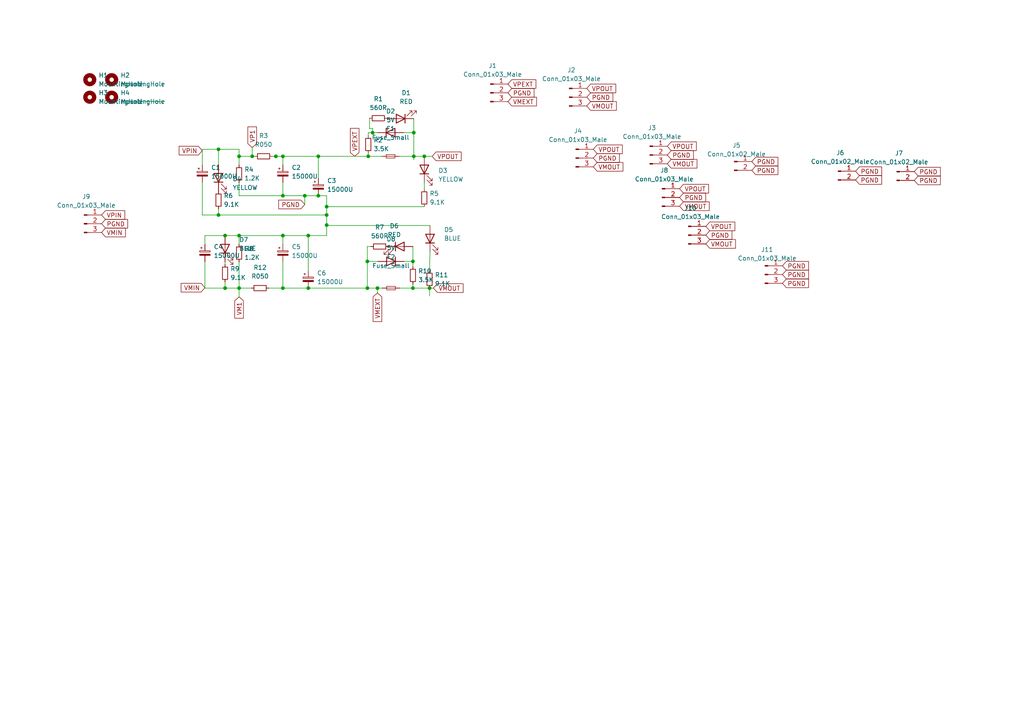
<source format=kicad_sch>
(kicad_sch (version 20230121) (generator eeschema)
  (paper "A4")
  (lib_symbols
    (symbol "Connector:Conn_01x02_Male" (pin_names (offset 1.016) hide)
      (property "Reference" "J" (at 0 2.54 0))
      (property "Value" "Conn_01x02_Male" (at 0 -5.08 0))
      (symbol "Conn_01x02_Male_1_1"
        (polyline (pts (xy 1.27 -2.54) (xy 0.8636 -2.54)) (stroke (width 0.1524)))
        (polyline (pts (xy 1.27 0) (xy 0.8636 0)) (stroke (width 0.1524)))
        (rectangle (start 0.8636 -2.413) (end 0 -2.667) (stroke (width 0.1524)) (fill (type outline)))
        (rectangle (start 0.8636 0.127) (end 0 -0.127) (stroke (width 0.1524)) (fill (type outline)))
        (pin passive line (at 5.08 0 180) (length 3.81) (name "Pin_1") (number "1"))
        (pin passive line (at 5.08 -2.54 180) (length 3.81) (name "Pin_2") (number "2"))
      )
    )
    (symbol "Connector:Conn_01x03_Male" (pin_names (offset 1.016) hide)
      (property "Reference" "J" (at 0 5.08 0))
      (property "Value" "Conn_01x03_Male" (at 0 -5.08 0))
      (symbol "Conn_01x03_Male_1_1"
        (polyline (pts (xy 1.27 -2.54) (xy 0.8636 -2.54)) (stroke (width 0.1524)))
        (polyline (pts (xy 1.27 0) (xy 0.8636 0)) (stroke (width 0.1524)))
        (polyline (pts (xy 1.27 2.54) (xy 0.8636 2.54)) (stroke (width 0.1524)))
        (rectangle (start 0.8636 -2.413) (end 0 -2.667) (stroke (width 0.1524)) (fill (type outline)))
        (rectangle (start 0.8636 0.127) (end 0 -0.127) (stroke (width 0.1524)) (fill (type outline)))
        (rectangle (start 0.8636 2.667) (end 0 2.413) (stroke (width 0.1524)) (fill (type outline)))
        (pin passive line (at 5.08 2.54 180) (length 3.81) (name "Pin_1") (number "1"))
        (pin passive line (at 5.08 0 180) (length 3.81) (name "Pin_2") (number "2"))
        (pin passive line (at 5.08 -2.54 180) (length 3.81) (name "Pin_3") (number "3"))
      )
    )
    (symbol "Device:C_Polarized_Small" (pin_numbers hide) (pin_names (offset 0.254) hide)
      (property "Reference" "C" (at 0.254 1.778 0))
      (property "Value" "C_Polarized_Small" (at 0.254 -2.032 0))
      (symbol "C_Polarized_Small_0_1"
        (rectangle (start -1.524 -0.3048) (end 1.524 -0.6858) (fill (type outline)))
        (rectangle (start -1.524 0.6858) (end 1.524 0.3048))
        (polyline (pts (xy -1.27 1.524) (xy -0.762 1.524)))
        (polyline (pts (xy -1.016 1.27) (xy -1.016 1.778)))
      )
      (symbol "C_Polarized_Small_1_1"
        (pin passive line (at 0 2.54 270) (length 1.8542) (name "~") (number "1"))
        (pin passive line (at 0 -2.54 90) (length 1.8542) (name "~") (number "2"))
      )
    )
    (symbol "Device:D_Zener" (pin_numbers hide) (pin_names (offset 1.016) hide)
      (property "Reference" "D" (at 0 2.54 0))
      (property "Value" "D_Zener" (at 0 -2.54 0))
      (symbol "D_Zener_0_1"
        (polyline (pts (xy 1.27 0) (xy -1.27 0)))
        (polyline (pts (xy -1.27 -1.27) (xy -1.27 1.27) (xy -0.762 1.27)) (stroke (width 0.254)))
        (polyline (pts (xy 1.27 -1.27) (xy 1.27 1.27) (xy -1.27 0) (xy 1.27 -1.27)) (stroke (width 0.254)))
      )
      (symbol "D_Zener_1_1"
        (pin passive line (at -3.81 0 0) (length 2.54) (name "K") (number "1"))
        (pin passive line (at 3.81 0 180) (length 2.54) (name "A") (number "2"))
      )
    )
    (symbol "Device:Fuse_Small" (pin_numbers hide) (pin_names (offset 0.254) hide)
      (property "Reference" "F" (at 0 -1.524 0))
      (property "Value" "Fuse_Small" (at 0 1.524 0))
      (symbol "Fuse_Small_0_1"
        (rectangle (start -1.27 0.508) (end 1.27 -0.508))
        (polyline (pts (xy -1.27 0) (xy 1.27 0)))
      )
      (symbol "Fuse_Small_1_1"
        (pin passive line (at -2.54 0 0) (length 1.27) (name "~") (number "1"))
        (pin passive line (at 2.54 0 180) (length 1.27) (name "~") (number "2"))
      )
    )
    (symbol "Device:LED" (pin_numbers hide) (pin_names (offset 1.016) hide)
      (property "Reference" "D" (at 0 2.54 0))
      (property "Value" "LED" (at 0 -2.54 0))
      (symbol "LED_0_1"
        (polyline (pts (xy -1.27 -1.27) (xy -1.27 1.27)) (stroke (width 0.254)))
        (polyline (pts (xy -1.27 0) (xy 1.27 0)))
        (polyline (pts (xy 1.27 -1.27) (xy 1.27 1.27) (xy -1.27 0) (xy 1.27 -1.27)) (stroke (width 0.254)))
        (polyline (pts (xy -3.048 -0.762) (xy -4.572 -2.286) (xy -3.81 -2.286) (xy -4.572 -2.286) (xy -4.572 -1.524)))
        (polyline (pts (xy -1.778 -0.762) (xy -3.302 -2.286) (xy -2.54 -2.286) (xy -3.302 -2.286) (xy -3.302 -1.524)))
      )
      (symbol "LED_1_1"
        (pin passive line (at -3.81 0 0) (length 2.54) (name "K") (number "1"))
        (pin passive line (at 3.81 0 180) (length 2.54) (name "A") (number "2"))
      )
    )
    (symbol "Device:R_Small" (pin_numbers hide) (pin_names (offset 0.254) hide)
      (property "Reference" "R" (at 0.762 0.508 0))
      (property "Value" "R_Small" (at 0.762 -1.016 0))
      (symbol "R_Small_0_1"
        (rectangle (start -0.762 1.778) (end 0.762 -1.778) (stroke (width 0.2032)))
      )
      (symbol "R_Small_1_1"
        (pin passive line (at 0 2.54 270) (length 0.762) (name "~") (number "1"))
        (pin passive line (at 0 -2.54 90) (length 0.762) (name "~") (number "2"))
      )
    )
    (symbol "Mechanical:MountingHole" (pin_names (offset 1.016))
      (property "Reference" "H" (at 0 5.08 0))
      (property "Value" "MountingHole" (at 0 3.175 0))
      (symbol "MountingHole_0_1"
        (circle (center 0 0) (radius 1.27) (stroke (width 1.27)))
      )
    )
  )
  (junction (at 106.553 83.566))
  (junction (at 65.278 68.326))
  (junction (at 69.342 68.326))
  (junction (at 123.063 45.339))
  (junction (at 92.329 45.339))
  (junction (at 94.742 65.278))
  (junction (at 80.01 45.339))
  (junction (at 89.408 83.566))
  (junction (at 69.342 45.339))
  (junction (at 120.015 45.339))
  (junction (at 108.077 38.481))
  (junction (at 73.152 45.339))
  (junction (at 94.742 62.357))
  (junction (at 119.761 75.819))
  (junction (at 82.042 83.566))
  (junction (at 88.392 56.769))
  (junction (at 63.373 43.307))
  (junction (at 109.474 83.566))
  (junction (at 120.015 38.481))
  (junction (at 82.042 45.339))
  (junction (at 82.042 68.326))
  (junction (at 89.408 68.326))
  (junction (at 82.042 56.769))
  (junction (at 65.278 83.566))
  (junction (at 69.342 83.566))
  (junction (at 92.329 56.769))
  (junction (at 106.807 45.339))
  (junction (at 124.587 83.566))
  (junction (at 94.742 59.944))
  (junction (at 106.553 75.819))
  (junction (at 119.761 83.566))
  (junction (at 63.373 62.357))
  (wire (pts (xy 59.436 68.326) (xy 65.278 68.326)))
  (wire (pts (xy 65.278 68.326) (xy 69.342 68.326)))
  (wire (pts (xy 94.742 56.769) (xy 94.742 59.944)))
  (wire (pts (xy 120.015 38.481) (xy 120.015 45.339)))
  (wire (pts (xy 119.761 75.819) (xy 119.761 77.343)))
  (wire (pts (xy 69.342 45.339) (xy 69.342 47.879)))
  (wire (pts (xy 82.042 68.326) (xy 89.408 68.326)))
  (wire (pts (xy 69.342 68.326) (xy 82.042 68.326)))
  (wire (pts (xy 65.278 83.566) (xy 69.342 83.566)))
  (wire (pts (xy 69.342 83.566) (xy 69.342 86.106)))
  (wire (pts (xy 89.408 78.486) (xy 89.408 68.326)))
  (wire (pts (xy 58.674 43.307) (xy 58.674 47.879)))
  (wire (pts (xy 107.188 37.338) (xy 108.077 37.211)))
  (wire (pts (xy 92.329 51.689) (xy 92.329 45.339)))
  (wire (pts (xy 117.221 75.819) (xy 119.761 75.819)))
  (wire (pts (xy 78.994 45.339) (xy 80.01 45.339)))
  (wire (pts (xy 63.373 47.752) (xy 63.373 43.307)))
  (wire (pts (xy 94.615 65.405) (xy 94.615 65.278)))
  (wire (pts (xy 106.807 38.481) (xy 106.807 39.37)))
  (wire (pts (xy 80.01 45.339) (xy 82.042 45.339)))
  (wire (pts (xy 123.063 45.339) (xy 125.349 45.339)))
  (wire (pts (xy 82.042 45.339) (xy 92.329 45.339)))
  (wire (pts (xy 117.094 38.481) (xy 120.015 38.481)))
  (wire (pts (xy 88.392 56.769) (xy 92.329 56.769)))
  (wire (pts (xy 58.674 43.307) (xy 63.373 43.307)))
  (wire (pts (xy 124.714 73.025) (xy 124.587 78.486)))
  (wire (pts (xy 82.042 56.769) (xy 82.042 52.959)))
  (wire (pts (xy 119.761 82.423) (xy 119.761 83.566)))
  (wire (pts (xy 109.601 75.819) (xy 106.553 75.819)))
  (wire (pts (xy 63.373 55.499) (xy 63.373 55.372)))
  (wire (pts (xy 124.587 83.566) (xy 124.587 85.852)))
  (wire (pts (xy 92.329 56.769) (xy 94.742 56.769)))
  (wire (pts (xy 92.329 45.339) (xy 106.807 45.339)))
  (wire (pts (xy 80.01 45.339) (xy 80.01 45.466)))
  (wire (pts (xy 106.553 83.566) (xy 109.474 83.566)))
  (wire (pts (xy 69.342 56.769) (xy 82.042 56.769)))
  (wire (pts (xy 106.807 45.339) (xy 110.744 45.339)))
  (wire (pts (xy 89.408 68.326) (xy 94.742 68.326)))
  (wire (pts (xy 109.474 83.566) (xy 110.871 83.566)))
  (wire (pts (xy 119.761 83.566) (xy 124.587 83.566)))
  (wire (pts (xy 106.807 38.481) (xy 108.077 38.481)))
  (wire (pts (xy 58.674 52.959) (xy 58.674 62.357)))
  (wire (pts (xy 59.436 83.566) (xy 65.278 83.566)))
  (wire (pts (xy 89.408 83.566) (xy 106.553 83.566)))
  (wire (pts (xy 123.063 54.864) (xy 123.063 52.959)))
  (wire (pts (xy 58.674 62.357) (xy 63.373 62.357)))
  (wire (pts (xy 94.742 59.944) (xy 94.742 62.357)))
  (wire (pts (xy 63.373 43.307) (xy 69.342 43.307)))
  (wire (pts (xy 69.342 75.946) (xy 69.342 83.566)))
  (wire (pts (xy 65.278 75.946) (xy 65.278 76.708)))
  (wire (pts (xy 82.042 56.769) (xy 88.392 56.769)))
  (wire (pts (xy 94.742 62.357) (xy 94.742 65.278)))
  (wire (pts (xy 106.553 71.501) (xy 107.569 71.501)))
  (wire (pts (xy 77.978 83.566) (xy 82.042 83.566)))
  (wire (pts (xy 82.042 68.326) (xy 82.042 70.866)))
  (wire (pts (xy 88.392 56.769) (xy 88.392 59.309)))
  (wire (pts (xy 46.99 29.464) (xy 41.91 29.337)))
  (wire (pts (xy 112.141 71.501) (xy 112.649 71.501)))
  (wire (pts (xy 120.015 45.339) (xy 123.063 45.339)))
  (wire (pts (xy 63.373 60.579) (xy 63.373 62.357)))
  (wire (pts (xy 115.824 45.339) (xy 120.015 45.339)))
  (wire (pts (xy 65.278 81.788) (xy 65.278 83.566)))
  (wire (pts (xy 124.587 83.566) (xy 125.73 83.566)))
  (wire (pts (xy 122.174 81.407) (xy 122.174 81.788)))
  (wire (pts (xy 119.761 71.501) (xy 119.761 75.819)))
  (wire (pts (xy 59.436 70.866) (xy 59.436 68.326)))
  (wire (pts (xy 69.342 52.959) (xy 69.342 56.769)))
  (wire (pts (xy 69.342 43.307) (xy 69.342 45.339)))
  (wire (pts (xy 94.742 65.278) (xy 94.742 68.326)))
  (wire (pts (xy 73.152 45.339) (xy 73.914 45.339)))
  (wire (pts (xy 82.042 45.339) (xy 82.042 47.879)))
  (wire (pts (xy 94.742 59.944) (xy 123.063 59.944)))
  (wire (pts (xy 106.553 71.501) (xy 106.553 75.819)))
  (wire (pts (xy 109.474 83.566) (xy 109.474 84.963)))
  (wire (pts (xy 106.807 44.45) (xy 106.807 45.339)))
  (wire (pts (xy 108.077 38.481) (xy 109.474 38.481)))
  (wire (pts (xy 73.152 42.799) (xy 73.152 45.339)))
  (wire (pts (xy 107.188 34.29) (xy 107.188 37.338)))
  (wire (pts (xy 82.042 83.566) (xy 89.408 83.566)))
  (wire (pts (xy 106.553 75.819) (xy 106.553 83.566)))
  (wire (pts (xy 82.042 75.946) (xy 82.042 83.566)))
  (wire (pts (xy 108.077 37.211) (xy 108.077 38.481)))
  (wire (pts (xy 120.015 45.339) (xy 120.015 46.355)))
  (wire (pts (xy 69.342 68.326) (xy 69.342 70.866)))
  (wire (pts (xy 63.373 62.357) (xy 94.742 62.357)))
  (wire (pts (xy 120.015 34.417) (xy 120.015 38.481)))
  (wire (pts (xy 94.615 65.278) (xy 94.742 65.278)))
  (wire (pts (xy 94.615 65.405) (xy 124.714 65.405)))
  (wire (pts (xy 59.436 75.946) (xy 59.436 83.566)))
  (wire (pts (xy 69.342 45.339) (xy 73.152 45.339)))
  (wire (pts (xy 115.951 83.566) (xy 119.761 83.566)))
  (wire (pts (xy 69.342 83.566) (xy 72.898 83.566)))
  (wire (pts (xy 112.395 34.417) (xy 112.268 34.29)))
  (global_label "VMEXT" (shape input) (at 109.474 84.963 270) (property "Intersheetrefs" "${INTERSHEET_REFS}" (effects hide)))
  (global_label "VMIN" (shape input) (at 59.436 83.439 180) (property "Intersheetrefs" "${INTERSHEET_REFS}" (effects hide)))
  (global_label "VP1" (shape input) (at 73.152 42.799 90) (property "Intersheetrefs" "${INTERSHEET_REFS}" (effects hide)))
  (global_label "PGND" (shape input) (at 170.18 28.194 0) (property "Intersheetrefs" "${INTERSHEET_REFS}" (effects hide)))
  (global_label "PGND" (shape input) (at 218.059 49.403 0) (property "Intersheetrefs" "${INTERSHEET_REFS}" (effects hide)))
  (global_label "VPOUT" (shape input) (at 170.18 25.654 0) (property "Intersheetrefs" "${INTERSHEET_REFS}" (effects hide)))
  (global_label "PGND" (shape input) (at 147.32 26.924 0) (property "Intersheetrefs" "${INTERSHEET_REFS}" (effects hide)))
  (global_label "VMOUT" (shape input) (at 125.73 83.566 0) (property "Intersheetrefs" "${INTERSHEET_REFS}" (effects hide)))
  (global_label "VPIN" (shape input) (at 29.464 62.357 0) (property "Intersheetrefs" "${INTERSHEET_REFS}" (effects hide)))
  (global_label "VMOUT" (shape input) (at 197.104 59.817 0) (property "Intersheetrefs" "${INTERSHEET_REFS}" (effects hide)))
  (global_label "VPOUT" (shape input) (at 172.085 43.307 0) (property "Intersheetrefs" "${INTERSHEET_REFS}" (effects hide)))
  (global_label "VMEXT" (shape input) (at 147.32 29.464 0) (property "Intersheetrefs" "${INTERSHEET_REFS}" (effects hide)))
  (global_label "VPEXT" (shape input) (at 102.87 45.339 90) (property "Intersheetrefs" "${INTERSHEET_REFS}" (effects hide)))
  (global_label "VM1" (shape input) (at 69.342 86.106 270) (property "Intersheetrefs" "${INTERSHEET_REFS}" (effects hide)))
  (global_label "PGND" (shape input) (at 193.548 44.958 0) (property "Intersheetrefs" "${INTERSHEET_REFS}" (effects hide)))
  (global_label "PGND" (shape input) (at 226.949 77.089 0) (property "Intersheetrefs" "${INTERSHEET_REFS}" (effects hide)))
  (global_label "VPIN" (shape input) (at 58.674 43.688 180) (property "Intersheetrefs" "${INTERSHEET_REFS}" (effects hide)))
  (global_label "PGND" (shape input) (at 204.724 68.199 0) (property "Intersheetrefs" "${INTERSHEET_REFS}" (effects hide)))
  (global_label "VMOUT" (shape input) (at 170.18 30.734 0) (property "Intersheetrefs" "${INTERSHEET_REFS}" (effects hide)))
  (global_label "VPOUT" (shape input) (at 197.104 54.737 0) (property "Intersheetrefs" "${INTERSHEET_REFS}" (effects hide)))
  (global_label "PGND" (shape input) (at 248.158 52.197 0) (property "Intersheetrefs" "${INTERSHEET_REFS}" (effects hide)))
  (global_label "PGND" (shape input) (at 172.085 45.847 0) (property "Intersheetrefs" "${INTERSHEET_REFS}" (effects hide)))
  (global_label "PGND" (shape input) (at 197.104 57.277 0) (property "Intersheetrefs" "${INTERSHEET_REFS}" (effects hide)))
  (global_label "PGND" (shape input) (at 226.949 82.169 0) (property "Intersheetrefs" "${INTERSHEET_REFS}" (effects hide)))
  (global_label "PGND" (shape input) (at 265.176 52.324 0) (property "Intersheetrefs" "${INTERSHEET_REFS}" (effects hide)))
  (global_label "VPOUT" (shape input) (at 204.724 65.659 0) (property "Intersheetrefs" "${INTERSHEET_REFS}" (effects hide)))
  (global_label "PGND" (shape input) (at 248.158 49.657 0) (property "Intersheetrefs" "${INTERSHEET_REFS}" (effects hide)))
  (global_label "VMOUT" (shape input) (at 172.085 48.387 0) (property "Intersheetrefs" "${INTERSHEET_REFS}" (effects hide)))
  (global_label "VMOUT" (shape input) (at 204.724 70.739 0) (property "Intersheetrefs" "${INTERSHEET_REFS}" (effects hide)))
  (global_label "PGND" (shape input) (at 226.949 79.629 0) (property "Intersheetrefs" "${INTERSHEET_REFS}" (effects hide)))
  (global_label "PGND" (shape input) (at 218.059 46.863 0) (property "Intersheetrefs" "${INTERSHEET_REFS}" (effects hide)))
  (global_label "PGND" (shape input) (at 265.176 49.784 0) (property "Intersheetrefs" "${INTERSHEET_REFS}" (effects hide)))
  (global_label "VPOUT" (shape input) (at 193.548 42.418 0) (property "Intersheetrefs" "${INTERSHEET_REFS}" (effects hide)))
  (global_label "PGND" (shape input) (at 88.392 59.309 180) (property "Intersheetrefs" "${INTERSHEET_REFS}" (effects hide)))
  (global_label "VPEXT" (shape input) (at 147.32 24.384 0) (property "Intersheetrefs" "${INTERSHEET_REFS}" (effects hide)))
  (global_label "VMOUT" (shape input) (at 193.548 47.498 0) (property "Intersheetrefs" "${INTERSHEET_REFS}" (effects hide)))
  (global_label "VMIN" (shape input) (at 29.464 67.437 0) (property "Intersheetrefs" "${INTERSHEET_REFS}" (effects hide)))
  (global_label "PGND" (shape input) (at 29.464 64.897 0) (property "Intersheetrefs" "${INTERSHEET_REFS}" (effects hide)))
  (global_label "VPOUT" (shape input) (at 125.349 45.339 0) (property "Intersheetrefs" "${INTERSHEET_REFS}" (effects hide)))
  (symbol (lib_id "Device:LED") (at 115.951 71.501 0) (unit 1)
    (property "Reference" "D6" (at 114.3635 65.532 0))
    (property "Value" "RED" (at 114.3635 68.072 0))
    (property "Footprint" "LED_SMD:LED_0805_2012Metric_Pad1.15x1.40mm_HandSolder" (effects hide))
  )
  (symbol (lib_id "Device:R_Small") (at 75.438 83.566 90) (unit 1)
    (property "Reference" "R12" (at 75.438 77.597 90))
    (property "Value" "R050" (at 75.438 80.137 90))
    (property "Footprint" "Resistor_SMD:R_2512_6332Metric_Pad1.40x3.35mm_HandSolder" (effects hide))
  )
  (symbol (lib_id "Connector:Conn_01x03_Male") (at 221.869 79.629 0) (unit 1)
    (property "Reference" "J11" (at 222.504 72.39 0))
    (property "Value" "Conn_01x03_Male" (at 222.504 74.93 0))
    (property "Footprint" "Connector_JST:JST_PH_B3B-PH-K_1x03_P2.00mm_Vertical" (effects hide))
  )
  (symbol (lib_id "Connector:Conn_01x02_Male") (at 243.078 49.657 0) (unit 1)
    (property "Reference" "J6" (at 243.713 44.323 0))
    (property "Value" "Conn_01x02_Male" (at 243.713 46.863 0))
    (property "Footprint" "Connector_JST:JST_PH_B2B-PH-K_1x02_P2.00mm_Vertical" (effects hide))
  )
  (symbol (lib_id "Connector:Conn_01x03_Male") (at 142.24 26.924 0) (unit 1)
    (property "Reference" "J1" (at 142.875 19.05 0))
    (property "Value" "Conn_01x03_Male" (at 142.875 21.59 0))
    (property "Footprint" "Connector_JST:JST_VH_B3P-VH_1x03_P3.96mm_Vertical" (effects hide))
  )
  (symbol (lib_id "Device:C_Polarized_Small") (at 82.042 73.406 0) (unit 1)
    (property "Reference" "C5" (at 84.582 71.5898 0) (effects (justify left)))
    (property "Value" "15000U" (at 84.582 74.1298 0) (effects (justify left)))
    (property "Footprint" "Capacitor_THT:CP_Radial_D30.0mm_P10.00mm_SnapIn" (effects hide))
  )
  (symbol (lib_id "Device:R_Small") (at 123.063 57.404 0) (unit 1)
    (property "Reference" "R5" (at 124.587 56.1339 0) (effects (justify left)))
    (property "Value" "9.1K" (at 124.587 58.6739 0) (effects (justify left)))
    (property "Footprint" "Resistor_SMD:R_0805_2012Metric_Pad1.20x1.40mm_HandSolder" (effects hide))
  )
  (symbol (lib_id "Mechanical:MountingHole") (at 26.035 28.194 0) (unit 1)
    (property "Reference" "H3" (at 28.575 26.9239 0) (effects (justify left)))
    (property "Value" "MountingHole" (at 28.575 29.4639 0) (effects (justify left)))
    (property "Footprint" "MountingHole:MountingHole_3mm" (effects hide))
  )
  (symbol (lib_id "Device:D_Zener") (at 113.411 75.819 180) (unit 1)
    (property "Reference" "D8" (at 113.411 69.342 0))
    (property "Value" "5V" (at 113.411 71.882 0))
    (property "Footprint" "Diode_SMD:D_MELF" (effects hide))
  )
  (symbol (lib_id "Connector:Conn_01x03_Male") (at 165.1 28.194 0) (unit 1)
    (property "Reference" "J2" (at 165.735 20.32 0))
    (property "Value" "Conn_01x03_Male" (at 165.735 22.86 0))
    (property "Footprint" "Connector_JST:JST_VH_B3P-VH_1x03_P3.96mm_Vertical" (effects hide))
  )
  (symbol (lib_id "Connector:Conn_01x03_Male") (at 24.384 64.897 0) (unit 1)
    (property "Reference" "J9" (at 25.019 57.023 0))
    (property "Value" "Conn_01x03_Male" (at 25.019 59.563 0))
    (property "Footprint" "Connector_JST:JST_VH_B3P-VH_1x03_P3.96mm_Vertical" (effects hide))
  )
  (symbol (lib_id "Connector:Conn_01x03_Male") (at 188.468 44.958 0) (unit 1)
    (property "Reference" "J3" (at 189.103 37.084 0))
    (property "Value" "Conn_01x03_Male" (at 189.103 39.624 0))
    (property "Footprint" "Connector_JST:JST_VH_B3P-VH_1x03_P3.96mm_Vertical" (effects hide))
  )
  (symbol (lib_id "Device:R_Small") (at 110.109 71.501 90) (unit 1)
    (property "Reference" "R7" (at 110.109 65.913 90))
    (property "Value" "560R" (at 110.109 68.453 90))
    (property "Footprint" "Resistor_SMD:R_0805_2012Metric_Pad1.20x1.40mm_HandSolder" (effects hide))
  )
  (symbol (lib_id "Device:LED") (at 116.205 34.417 180) (unit 1)
    (property "Reference" "D1" (at 117.7925 26.924 0))
    (property "Value" "RED" (at 117.7925 29.464 0))
    (property "Footprint" "LED_SMD:LED_0805_2012Metric_Pad1.15x1.40mm_HandSolder" (effects hide))
  )
  (symbol (lib_id "Mechanical:MountingHole") (at 26.035 23.114 0) (unit 1)
    (property "Reference" "H1" (at 28.575 21.8439 0) (effects (justify left)))
    (property "Value" "MountingHole" (at 28.575 24.3839 0) (effects (justify left)))
    (property "Footprint" "MountingHole:MountingHole_3mm" (effects hide))
  )
  (symbol (lib_id "Device:C_Polarized_Small") (at 58.674 50.419 0) (unit 1)
    (property "Reference" "C1" (at 61.214 48.6028 0) (effects (justify left)))
    (property "Value" "15000U" (at 61.214 51.1428 0) (effects (justify left)))
    (property "Footprint" "Capacitor_THT:CP_Radial_D30.0mm_P10.00mm_SnapIn" (effects hide))
  )
  (symbol (lib_id "Device:C_Polarized_Small") (at 59.436 73.406 0) (unit 1)
    (property "Reference" "C4" (at 61.976 71.5898 0) (effects (justify left)))
    (property "Value" "15000U" (at 61.976 74.1298 0) (effects (justify left)))
    (property "Footprint" "Capacitor_THT:CP_Radial_D30.0mm_P10.00mm_SnapIn" (effects hide))
  )
  (symbol (lib_id "Device:R_Small") (at 119.761 79.883 180) (unit 1)
    (property "Reference" "R10" (at 121.285 78.6129 0) (effects (justify right)))
    (property "Value" "3.5K" (at 121.285 81.1529 0) (effects (justify right)))
    (property "Footprint" "Resistor_SMD:R_1206_3216Metric_Pad1.30x1.75mm_HandSolder" (effects hide))
  )
  (symbol (lib_id "Connector:Conn_01x03_Male") (at 199.644 68.199 0) (unit 1)
    (property "Reference" "J10" (at 200.279 60.325 0))
    (property "Value" "Conn_01x03_Male" (at 200.279 62.865 0))
    (property "Footprint" "Connector_JST:JST_VH_B3P-VH_1x03_P3.96mm_Vertical" (effects hide))
  )
  (symbol (lib_id "Device:Fuse_Small") (at 113.411 83.566 0) (unit 1)
    (property "Reference" "F2" (at 113.411 74.549 0))
    (property "Value" "Fuse_Small" (at 113.411 77.089 0))
    (property "Footprint" "Fuse:5x20mm AliExpress 250V 6A" (effects hide))
  )
  (symbol (lib_id "Connector:Conn_01x02_Male") (at 212.979 46.863 0) (unit 1)
    (property "Reference" "J5" (at 213.614 42.164 0))
    (property "Value" "Conn_01x02_Male" (at 213.614 44.704 0))
    (property "Footprint" "Connector_JST:JST_PH_B2B-PH-K_1x02_P2.00mm_Vertical" (effects hide))
  )
  (symbol (lib_id "Device:R_Small") (at 124.587 81.026 0) (unit 1)
    (property "Reference" "R11" (at 126.111 79.7559 0) (effects (justify left)))
    (property "Value" "9.1K" (at 126.111 82.2959 0) (effects (justify left)))
    (property "Footprint" "Resistor_SMD:R_0805_2012Metric_Pad1.20x1.40mm_HandSolder" (effects hide))
  )
  (symbol (lib_id "Device:C_Polarized_Small") (at 82.042 50.419 0) (unit 1)
    (property "Reference" "C2" (at 84.582 48.6028 0) (effects (justify left)))
    (property "Value" "15000U" (at 84.582 51.1428 0) (effects (justify left)))
    (property "Footprint" "Capacitor_THT:CP_Radial_D30.0mm_P10.00mm_SnapIn" (effects hide))
  )
  (symbol (lib_id "Device:LED") (at 123.063 49.149 90) (unit 1)
    (property "Reference" "D3" (at 127.127 49.4664 90) (effects (justify right)))
    (property "Value" "YELLOW" (at 127.127 52.0064 90) (effects (justify right)))
    (property "Footprint" "LED_SMD:LED_0805_2012Metric_Pad1.15x1.40mm_HandSolder" (effects hide))
  )
  (symbol (lib_id "Device:R_Small") (at 69.342 50.419 0) (unit 1)
    (property "Reference" "R4" (at 70.866 49.1489 0) (effects (justify left)))
    (property "Value" "1.2K" (at 70.866 51.6889 0) (effects (justify left)))
    (property "Footprint" "Resistor_SMD:R_2512_6332Metric_Pad1.40x3.35mm_HandSolder" (effects hide))
  )
  (symbol (lib_id "Device:R_Small") (at 63.373 58.039 0) (unit 1)
    (property "Reference" "R6" (at 64.897 56.7689 0) (effects (justify left)))
    (property "Value" "9.1K" (at 64.897 59.3089 0) (effects (justify left)))
    (property "Footprint" "Resistor_SMD:R_0805_2012Metric_Pad1.20x1.40mm_HandSolder" (effects hide))
  )
  (symbol (lib_id "Device:LED") (at 63.373 51.562 90) (unit 1)
    (property "Reference" "D4" (at 67.437 51.8794 90) (effects (justify right)))
    (property "Value" "YELLOW" (at 67.437 54.4194 90) (effects (justify right)))
    (property "Footprint" "LED_SMD:LED_0805_2012Metric_Pad1.15x1.40mm_HandSolder" (effects hide))
  )
  (symbol (lib_id "Device:R_Small") (at 109.728 34.29 90) (unit 1)
    (property "Reference" "R1" (at 109.728 28.702 90))
    (property "Value" "560R" (at 109.728 31.242 90))
    (property "Footprint" "Resistor_SMD:R_0805_2012Metric_Pad1.20x1.40mm_HandSolder" (effects hide))
  )
  (symbol (lib_id "Device:R_Small") (at 76.454 45.339 90) (unit 1)
    (property "Reference" "R3" (at 76.454 39.37 90))
    (property "Value" "R050" (at 76.454 41.91 90))
    (property "Footprint" "Resistor_SMD:R_2512_6332Metric_Pad1.40x3.35mm_HandSolder" (effects hide))
  )
  (symbol (lib_id "Device:D_Zener") (at 113.284 38.481 0) (unit 1)
    (property "Reference" "D2" (at 113.284 32.258 0))
    (property "Value" "5V" (at 113.284 34.798 0))
    (property "Footprint" "Diode_SMD:D_MELF" (effects hide))
  )
  (symbol (lib_id "Mechanical:MountingHole") (at 32.385 28.194 0) (unit 1)
    (property "Reference" "H4" (at 34.925 26.9239 0) (effects (justify left)))
    (property "Value" "MountingHole" (at 34.925 29.4639 0) (effects (justify left)))
    (property "Footprint" "MountingHole:MountingHole_3.2mm_M3" (effects hide))
  )
  (symbol (lib_id "Device:C_Polarized_Small") (at 89.408 81.026 0) (unit 1)
    (property "Reference" "C6" (at 91.948 79.2098 0) (effects (justify left)))
    (property "Value" "15000U" (at 91.948 81.7498 0) (effects (justify left)))
    (property "Footprint" "Capacitor_THT:CP_Radial_D30.0mm_P10.00mm_SnapIn" (effects hide))
  )
  (symbol (lib_id "Device:R_Small") (at 69.342 73.406 0) (unit 1)
    (property "Reference" "R8" (at 70.866 72.1359 0) (effects (justify left)))
    (property "Value" "1.2K" (at 70.866 74.6759 0) (effects (justify left)))
    (property "Footprint" "Resistor_SMD:R_2512_6332Metric_Pad1.40x3.35mm_HandSolder" (effects hide))
  )
  (symbol (lib_id "Device:C_Polarized_Small") (at 92.329 54.229 0) (unit 1)
    (property "Reference" "C3" (at 94.869 52.4128 0) (effects (justify left)))
    (property "Value" "15000U" (at 94.869 54.9528 0) (effects (justify left)))
    (property "Footprint" "Capacitor_THT:CP_Radial_D30.0mm_P10.00mm_SnapIn" (effects hide))
  )
  (symbol (lib_id "Connector:Conn_01x02_Male") (at 260.096 49.784 0) (unit 1)
    (property "Reference" "J7" (at 260.731 44.45 0))
    (property "Value" "Conn_01x02_Male" (at 260.731 46.99 0))
    (property "Footprint" "Connector_JST:JST_VH_B2P-VH-B_1x02_P3.96mm_Vertical" (effects hide))
  )
  (symbol (lib_id "Mechanical:MountingHole") (at 32.385 23.114 0) (unit 1)
    (property "Reference" "H2" (at 34.925 21.8439 0) (effects (justify left)))
    (property "Value" "MountingHole" (at 34.925 24.3839 0) (effects (justify left)))
    (property "Footprint" "MountingHole:MountingHole_3.2mm_M3" (effects hide))
  )
  (symbol (lib_id "Device:LED") (at 124.714 69.215 90) (unit 1)
    (property "Reference" "D5" (at 128.778 66.6114 90) (effects (justify right)))
    (property "Value" "BLUE" (at 128.778 69.1514 90) (effects (justify right)))
    (property "Footprint" "LED_SMD:LED_0805_2012Metric_Pad1.15x1.40mm_HandSolder" (effects hide))
  )
  (symbol (lib_id "Device:R_Small") (at 65.278 79.248 0) (unit 1)
    (property "Reference" "R9" (at 66.802 77.9779 0) (effects (justify left)))
    (property "Value" "9.1K" (at 66.802 80.5179 0) (effects (justify left)))
    (property "Footprint" "Resistor_SMD:R_0805_2012Metric_Pad1.20x1.40mm_HandSolder" (effects hide))
  )
  (symbol (lib_id "Device:Fuse_Small") (at 113.284 45.339 0) (unit 1)
    (property "Reference" "F1" (at 113.284 37.338 0))
    (property "Value" "Fuse_Small" (at 113.284 39.878 0))
    (property "Footprint" "Fuse:5x20mm AliExpress 250V 6A" (effects hide))
  )
  (symbol (lib_id "Device:R_Small") (at 106.807 41.91 180) (unit 1)
    (property "Reference" "R2" (at 108.331 40.6399 0) (effects (justify right)))
    (property "Value" "3.5K" (at 108.331 43.1799 0) (effects (justify right)))
    (property "Footprint" "Resistor_SMD:R_1206_3216Metric_Pad1.30x1.75mm_HandSolder" (effects hide))
  )
  (symbol (lib_id "Connector:Conn_01x03_Male") (at 192.024 57.277 0) (unit 1)
    (property "Reference" "J8" (at 192.659 49.403 0))
    (property "Value" "Conn_01x03_Male" (at 192.659 51.943 0))
    (property "Footprint" "Connector_JST:JST_VH_B3P-VH_1x03_P3.96mm_Vertical" (effects hide))
  )
  (symbol (lib_id "Connector:Conn_01x03_Male") (at 167.005 45.847 0) (unit 1)
    (property "Reference" "J4" (at 167.64 37.973 0))
    (property "Value" "Conn_01x03_Male" (at 167.64 40.513 0))
    (property "Footprint" "Connector_JST:JST_VH_B3P-VH_1x03_P3.96mm_Vertical" (effects hide))
  )
  (symbol (lib_id "Device:LED") (at 65.278 72.136 90) (unit 1)
    (property "Reference" "D7" (at 69.342 69.5324 90) (effects (justify right)))
    (property "Value" "BLUE" (at 69.342 72.0724 90) (effects (justify right)))
    (property "Footprint" "LED_SMD:LED_0805_2012Metric_Pad1.15x1.40mm_HandSolder" (effects hide))
  )
)
</source>
